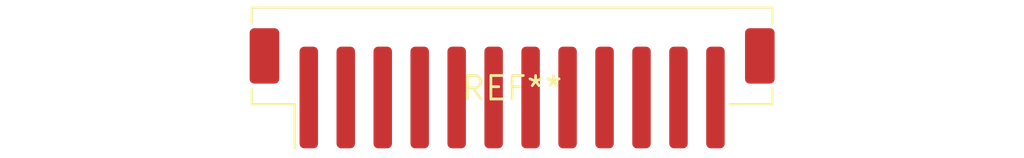
<source format=kicad_pcb>
(kicad_pcb (version 20240108) (generator pcbnew)
  (layers (0 "F.Cu" signal) (31 "B.Cu" signal) (34 "B.Paste" user) (35 "F.Paste" user) (36 "B.SilkS" user "B.Silkscreen") (37 "F.SilkS" user "F.Silkscreen") (38 "B.Mask" user) (39 "F.Mask" user) (44 "Edge.Cuts" user))
  (net 0 "")
  (footprint "JST_PH_B12B-PH-SM4-TB_1x12-1MP_P2.00mm_Vertical" (layer "F.Cu") (at 0 0)
    (property "Reference" "REF**")
    (property "Value" "JST_PH_B12B-PH-SM4-TB_1x12-1MP_P2.00mm_Vertical")
    (fp_line (start -14.085 -4.36) (end 14.085 -4.36) (layer "F.SilkS") (stroke (width 0.12)))
    (fp_line (start -14.085 -3.51) (end -14.085 -4.36) (layer "F.SilkS") (stroke (width 0.12)))
    (fp_line (start -14.085 0.01) (end -14.085 0.86) (layer "F.SilkS") (stroke (width 0.12)))
    (fp_line (start -14.085 0.86) (end -11.76 0.86) (layer "F.SilkS") (stroke (width 0.12)))
    (fp_line (start -11.76 0.86) (end -11.76 3.25) (layer "F.SilkS") (stroke (width 0.12)))
    (fp_line (start 14.085 -4.36) (end 14.085 -3.51) (layer "F.SilkS") (stroke (width 0.12)))
    (fp_line (start 14.085 0.01) (end 14.085 0.86) (layer "F.SilkS") (stroke (width 0.12)))
    (fp_line (start 14.085 0.86) (end 11.76 0.86) (layer "F.SilkS") (stroke (width 0.12)))
    (pad "1" smd roundrect (at -11 0.5) (size 1 5.5) (layers "F.Cu" "F.Paste" "F.Mask"))
    (pad "2" smd roundrect (at -9 0.5) (size 1 5.5) (layers "F.Cu" "F.Paste" "F.Mask"))
    (pad "3" smd roundrect (at -7 0.5) (size 1 5.5) (layers "F.Cu" "F.Paste" "F.Mask"))
    (pad "4" smd roundrect (at -5 0.5) (size 1 5.5) (layers "F.Cu" "F.Paste" "F.Mask"))
    (pad "5" smd roundrect (at -3 0.5) (size 1 5.5) (layers "F.Cu" "F.Paste" "F.Mask"))
    (pad "6" smd roundrect (at -1 0.5) (size 1 5.5) (layers "F.Cu" "F.Paste" "F.Mask"))
    (pad "7" smd roundrect (at 1 0.5) (size 1 5.5) (layers "F.Cu" "F.Paste" "F.Mask"))
    (pad "8" smd roundrect (at 3 0.5) (size 1 5.5) (layers "F.Cu" "F.Paste" "F.Mask"))
    (pad "9" smd roundrect (at 5 0.5) (size 1 5.5) (layers "F.Cu" "F.Paste" "F.Mask"))
    (pad "10" smd roundrect (at 7 0.5) (size 1 5.5) (layers "F.Cu" "F.Paste" "F.Mask"))
    (pad "11" smd roundrect (at 9 0.5) (size 1 5.5) (layers "F.Cu" "F.Paste" "F.Mask"))
    (pad "12" smd roundrect (at 11 0.5) (size 1 5.5) (layers "F.Cu" "F.Paste" "F.Mask"))
    (pad "MP" smd roundrect (at -13.4 -1.75) (size 1.6 3) (layers "F.Cu" "F.Paste" "F.Mask") (roundrect_rratio 0.15625))
    (pad "MP" smd roundrect (at 13.4 -1.75) (size 1.6 3) (layers "F.Cu" "F.Paste" "F.Mask") (roundrect_rratio 0.15625))
  )
)
</source>
